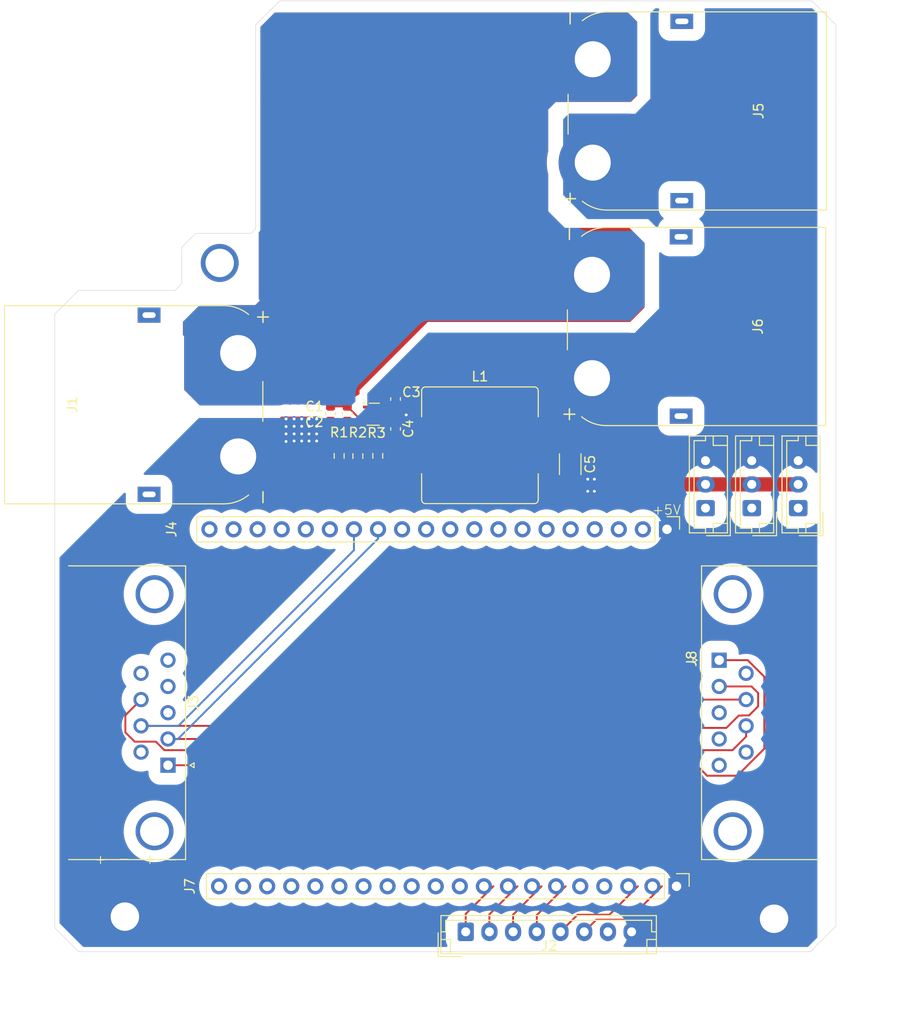
<source format=kicad_pcb>
(kicad_pcb (version 20241229) (generator "pcbnew") (generator_version "9.0")
  (layers (0 "F.Cu" signal) (2 "B.Cu" signal) (13 "F.Paste" user) (15 "B.Paste" user) (5 "F.SilkS" user "F.Silkscreen") (7 "B.SilkS" user "B.Silkscreen") (1 "F.Mask" user) (3 "B.Mask" user) (25 "Edge.Cuts" user))
  (net 0 "")
  (net 1 "GND")
  (net 2 "3V3")
  (net 3 "CAN_RX")
  (net 4 "CAN_TX")
  (net 5 "A3")
  (net 6 "A6")
  (net 7 "A9")
  (net 8 "A10")
  (net 9 "A8")
  (net 10 "A1")
  (net 11 "A7")
  (net 12 "CAN_A_H")
  (net 13 "A5")
  (net 14 "IO12")
  (net 15 "CAN_B_L")
  (net 16 "LED_DOUT")
  (net 17 "VIN")
  (net 18 "A2")
  (net 19 "UART1_TX")
  (net 20 "UART2_RX")
  (net 21 "UART0_TX")
  (net 22 "UART0_RX")
  (net 23 "A4")
  (net 24 "IO47")
  (net 25 "IO48")
  (net 26 "IO40")
  (net 27 "IO45")
  (net 28 "IO37")
  (net 29 "IO39")
  (net 30 "IO41")
  (net 31 "I2C_SDA")
  (net 32 "IO13")
  (net 33 "IO38")
  (net 34 "I2C_SCK")
  (net 35 "IO15")
  (net 36 "IO42")
  (net 37 "IO14")
  (net 38 "IO16")
  (net 39 "IO21")
  (net 40 "CAN_B_H")
  (net 41 "CAN_A_L")
  (net 54 "Net-(U1-SS)")
  (net 55 "Net-(R1-Pad1)")
  (net 56 "Net-(U1-FB)")
  (net 58 "Net-(U1-BST)")
  (net 59 "Net-(U1-SW)")
  (net 60 "24V")
  (net 61 "5V")
  (net 62 "unconnected-(J11-Pin_1-Pad1)")
  (net 64 "unconnected-(J13-Pin_1-Pad1)")
  (footprint "Capacitor_SMD:C_0603_1608Metric" (layer "F.Cu") (at 107.715 108.25 -90)
    (property "Reference" "C1" (at -0.775 1.685 0) (layer "F.SilkS"))
    (property "Value" "10u" (hide yes))
    (pad "1" smd roundrect (at -0.775 0 270) (size 0.9 0.95) (layers "F.Cu" "F.Mask" "F.Paste") (net 60 "24V"))
    (pad "2" smd roundrect (at 0.775 0 270) (size 0.9 0.95) (layers "F.Cu" "F.Mask" "F.Paste") (net 1 "GND"))
  )
  (footprint "Connector_PinHeader_2.54mm:PinHeader_1x20_P2.54mm_Vertical" (layer "F.Cu") (at 144.215 158.075 -90)
    (property "Reference" "J7" (at 0 51.34 90) (layer "F.SilkS"))
    (property "Value" "Conn_01x20_Pin" (hide yes))
    (pad "1" thru_hole rect (at 0 0 270) (size 1.7 1.7) (drill 1) (layers "*.Cu" "*.Mask") (net 1 "GND"))
    (pad "2" thru_hole oval (at 0 2.54 270) (size 1.7 1.7) (drill 1) (layers "*.Cu" "*.Mask") (net 34 "I2C_SCK"))
    (pad "3" thru_hole oval (at 0 5.08 270) (size 1.7 1.7) (drill 1) (layers "*.Cu" "*.Mask") (net 31 "I2C_SDA"))
    (pad "4" thru_hole oval (at 0 7.62 270) (size 1.7 1.7) (drill 1) (layers "*.Cu" "*.Mask") (net 4 "CAN_TX"))
    (pad "5" thru_hole oval (at 0 10.16 270) (size 1.7 1.7) (drill 1) (layers "*.Cu" "*.Mask") (net 3 "CAN_RX"))
    (pad "6" thru_hole oval (at 0 12.7 270) (size 1.7 1.7) (drill 1) (layers "*.Cu" "*.Mask") (net 35 "IO15"))
    (pad "7" thru_hole oval (at 0 15.24 270) (size 1.7 1.7) (drill 1) (layers "*.Cu" "*.Mask") (net 38 "IO16"))
    (pad "8" thru_hole oval (at 0 17.78 270) (size 1.7 1.7) (drill 1) (layers "*.Cu" "*.Mask") (net 36 "IO42"))
    (pad "9" thru_hole oval (at 0 20.32 270) (size 1.7 1.7) (drill 1) (layers "*.Cu" "*.Mask") (net 30 "IO41"))
    (pad "10" thru_hole oval (at 0 22.86 270) (size 1.7 1.7) (drill 1) (layers "*.Cu" "*.Mask") (net 26 "IO40"))
    (pad "11" thru_hole oval (at 0 25.4 270) (size 1.7 1.7) (drill 1) (layers "*.Cu" "*.Mask") (net 29 "IO39"))
    (pad "12" thru_hole oval (at 0 27.94 270) (size 1.7 1.7) (drill 1) (layers "*.Cu" "*.Mask") (net 33 "IO38"))
    (pad "13" thru_hole oval (at 0 30.48 270) (size 1.7 1.7) (drill 1) (layers "*.Cu" "*.Mask") (net 28 "IO37"))
    (pad "14" thru_hole oval (at 0 33.02 270) (size 1.7 1.7) (drill 1) (layers "*.Cu" "*.Mask") (net 27 "IO45"))
    (pad "15" thru_hole oval (at 0 35.56 270) (size 1.7 1.7) (drill 1) (layers "*.Cu" "*.Mask") (net 25 "IO48"))
    (pad "16" thru_hole oval (at 0 38.1 270) (size 1.7 1.7) (drill 1) (layers "*.Cu" "*.Mask") (net 24 "IO47"))
    (pad "17" thru_hole oval (at 0 40.64 270) (size 1.7 1.7) (drill 1) (layers "*.Cu" "*.Mask") (net 39 "IO21"))
    (pad "18" thru_hole oval (at 0 43.18 270) (size 1.7 1.7) (drill 1) (layers "*.Cu" "*.Mask") (net 37 "IO14"))
    (pad "19" thru_hole oval (at 0 45.72 270) (size 1.7 1.7) (drill 1) (layers "*.Cu" "*.Mask") (net 32 "IO13"))
    (pad "20" thru_hole oval (at 0 48.26 270) (size 1.7 1.7) (drill 1) (layers "*.Cu" "*.Mask") (net 2 "3V3"))
  )
  (footprint "Connector_AMASS:AMASS_XT90PW-M_1x02_P10.90mm_Horizontal" (layer "F.Cu") (at 135.375 70.875 -90)
    (property "Reference" "J5" (at 5.449999 -17.5 90) (layer "F.SilkS"))
    (property "Value" "Conn_01x02_Socket" (hide yes))
    (fp_text user "-" (at -4.3 2.5 90) (layer "F.SilkS") (effects (font (size 1.5 1.5))))
    (fp_text user "+" (at 14.7 2.5 90) (layer "F.SilkS") (effects (font (size 1.5 1.5))))
    (pad "1" thru_hole roundrect (at 0 0 270) (size 7.2 7.2) (drill 3.8) (layers "*.Cu" "*.Mask") (net 60 "24V"))
    (pad "2" thru_hole circle (at 10.899998 0 270) (size 7.2 7.2) (drill 3.8) (layers "*.Cu" "*.Mask") (net 1 "GND"))
    (pad "MP" thru_hole rect (at -4 -9.4 270) (size 1.6 2.4) (drill oval 0.6 1.4) (layers "*.Cu" "*.Mask"))
    (pad "MP" thru_hole rect (at 14.9 -9.4 270) (size 1.6 2.4) (drill oval 0.6 1.4) (layers "*.Cu" "*.Mask"))
  )
  (footprint "THT:A-DF_09_A_KG-T2S" (layer "F.Cu") (at 148.714669 134.235 90)
    (property "Reference" "J8" (at 0.16 -2.914669 270) (layer "F.SilkS"))
    (property "Value" "DE9" (hide yes))
    (pad "0" thru_hole circle (at -18.04 1.42 90) (size 4 4) (drill 3.05) (layers "*.Cu" "*.Mask"))
    (pad "0" thru_hole circle (at 6.96 1.42 90) (size 4 4) (drill 3.05) (layers "*.Cu" "*.Mask"))
    (pad "1" thru_hole rect (at 0 0 90) (size 1.6 1.6) (drill 1) (layers "*.Cu" "*.Mask") (net 15 "CAN_B_L"))
    (pad "2" thru_hole circle (at -2.77 0 90) (size 1.6 1.6) (drill 1) (layers "*.Cu" "*.Mask") (net 41 "CAN_A_L"))
    (pad "3" thru_hole circle (at -5.54 0 90) (size 1.6 1.6) (drill 1) (layers "*.Cu" "*.Mask"))
    (pad "4" thru_hole circle (at -8.31 0 90) (size 1.6 1.6) (drill 1) (layers "*.Cu" "*.Mask"))
    (pad "5" thru_hole circle (at -11.08 0 90) (size 1.6 1.6) (drill 1) (layers "*.Cu" "*.Mask"))
    (pad "6" thru_hole circle (at -1.385 2.84 90) (size 1.6 1.6) (drill 1) (layers "*.Cu" "*.Mask"))
    (pad "7" thru_hole circle (at -4.155 2.84 90) (size 1.6 1.6) (drill 1) (layers "*.Cu" "*.Mask") (net 12 "CAN_A_H"))
    (pad "8" thru_hole circle (at -6.925 2.84 90) (size 1.6 1.6) (drill 1) (layers "*.Cu" "*.Mask") (net 40 "CAN_B_H"))
    (pad "9" thru_hole circle (at -9.695 2.84 90) (size 1.6 1.6) (drill 1) (layers "*.Cu" "*.Mask"))
  )
  (footprint "Resistor_SMD:R_0603_1608Metric_Pad0.98x0.95mm_HandSolder" (layer "F.Cu") (at 110.6 112.7125 -90)
    (property "Reference" "R2" (at -2.475 0 0) (layer "F.SilkS"))
    (property "Value" "10k" (hide yes))
    (pad "1" smd roundrect (at -0.9125 0 270) (size 0.975 0.95) (layers "F.Cu" "F.Mask" "F.Paste") (net 56 "Net-(U1-FB)"))
    (pad "2" smd roundrect (at 0.9125 0 270) (size 0.975 0.95) (layers "F.Cu" "F.Mask" "F.Paste") (net 1 "GND"))
  )
  (footprint "Connector_JST:JST_EH_B3B-EH-A_1x03_P2.50mm_Vertical" (layer "F.Cu") (at 157.05 118.2 90)
    (property "Reference" "J13" (hide yes))
    (property "Value" "Conn_01x03_Socket" (hide yes))
    (pad "1" thru_hole roundrect (at 0 0 90) (size 1.7 1.95) (drill 0.95) (layers "*.Cu" "*.Mask") (roundrect_rratio 0.147059) (net 64 "unconnected-(J13-Pin_1-Pad1)"))
    (pad "2" thru_hole oval (at 2.5 0 90) (size 1.7 1.95) (drill 0.95) (layers "*.Cu" "*.Mask") (net 61 "5V"))
    (pad "3" thru_hole oval (at 5 0 90) (size 1.7 1.95) (drill 0.95) (layers "*.Cu" "*.Mask") (net 1 "GND"))
  )
  (footprint "Package_TO_SOT_SMD:SOT-583-8" (layer "F.Cu") (at 112.215 108.3)
    (property "Reference" "U1" (hide yes))
    (property "Value" "TPS62933" (hide yes))
    (pad "1" smd roundrect (at -0.74 -0.75) (size 0.67 0.3) (layers "F.Cu" "F.Mask" "F.Paste") (roundrect_rratio 0.1666666667))
    (pad "2" smd roundrect (at -0.74 -0.25) (size 0.67 0.3) (layers "F.Cu" "F.Mask" "F.Paste") (roundrect_rratio 0.1666666667) (net 14 "IO12"))
    (pad "3" smd roundrect (at -0.74 0.25) (size 0.67 0.3) (layers "F.Cu" "F.Mask" "F.Paste") (roundrect_rratio 0.1666666667) (net 60 "24V"))
    (pad "4" smd roundrect (at -0.74 0.75) (size 0.67 0.3) (layers "F.Cu" "F.Mask" "F.Paste") (roundrect_rratio 0.1666666667) (net 1 "GND"))
    (pad "5" smd roundrect (at 0.74 0.75) (size 0.67 0.3) (layers "F.Cu" "F.Mask" "F.Paste") (roundrect_rratio 0.1666666667) (net 59 "Net-(U1-SW)"))
    (pad "6" smd roundrect (at 0.74 0.25) (size 0.67 0.3) (layers "F.Cu" "F.Mask" "F.Paste") (roundrect_rratio 0.1666666667) (net 58 "Net-(U1-BST)"))
    (pad "7" smd roundrect (at 0.74 -0.25) (size 0.67 0.3) (layers "F.Cu" "F.Mask" "F.Paste") (roundrect_rratio 0.1666666667) (net 54 "Net-(U1-SS)"))
    (pad "8" smd roundrect (at 0.74 -0.75) (size 0.67 0.3) (layers "F.Cu" "F.Mask" "F.Paste") (roundrect_rratio 0.1666666667) (net 56 "Net-(U1-FB)"))
  )
  (footprint "THT:A-DF_09_A_KG-T2S" (layer "F.Cu") (at 90.57 145.315 -90)
    (property "Reference" "J3" (at -6.555 -2.685 90) (layer "F.SilkS"))
    (property "Value" "DE9" (hide yes))
    (pad "0" thru_hole circle (at -18.04 1.42 270) (size 4 4) (drill 3.05) (layers "*.Cu" "*.Mask"))
    (pad "0" thru_hole circle (at 6.96 1.42 270) (size 4 4) (drill 3.05) (layers "*.Cu" "*.Mask"))
    (pad "1" thru_hole rect (at 0 0 270) (size 1.6 1.6) (drill 1) (layers "*.Cu" "*.Mask") (net 15 "CAN_B_L"))
    (pad "2" thru_hole circle (at -2.77 0 270) (size 1.6 1.6) (drill 1) (layers "*.Cu" "*.Mask") (net 41 "CAN_A_L"))
    (pad "3" thru_hole circle (at -5.54 0 270) (size 1.6 1.6) (drill 1) (layers "*.Cu" "*.Mask"))
    (pad "4" thru_hole circle (at -8.31 0 270) (size 1.6 1.6) (drill 1) (layers "*.Cu" "*.Mask"))
    (pad "5" thru_hole circle (at -11.08 0 270) (size 1.6 1.6) (drill 1) (layers "*.Cu" "*.Mask"))
    (pad "6" thru_hole circle (at -1.385 2.84 270) (size 1.6 1.6) (drill 1) (layers "*.Cu" "*.Mask"))
    (pad "7" thru_hole circle (at -4.155 2.84 270) (size 1.6 1.6) (drill 1) (layers "*.Cu" "*.Mask") (net 12 "CAN_A_H"))
    (pad "8" thru_hole circle (at -6.925 2.84 270) (size 1.6 1.6) (drill 1) (layers "*.Cu" "*.Mask") (net 40 "CAN_B_H"))
    (pad "9" thru_hole circle (at -9.695 2.84 270) (size 1.6 1.6) (drill 1) (layers "*.Cu" "*.Mask"))
  )
  (footprint "Capacitor_SMD:C_0603_1608Metric" (layer "F.Cu") (at 109.48 108.25 -90)
    (property "Reference" "C2" (at 0.875 3.475 0) (layer "F.SilkS"))
    (property "Value" "100n" (hide yes))
    (pad "1" smd roundrect (at -0.775 0 270) (size 0.9 0.95) (layers "F.Cu" "F.Mask" "F.Paste") (net 60 "24V"))
    (pad "2" smd roundrect (at 0.775 0 270) (size 0.9 0.95) (layers "F.Cu" "F.Mask" "F.Paste") (net 1 "GND"))
  )
  (footprint "Connector_JST:JST_EH_B3B-EH-A_1x03_P2.50mm_Vertical" (layer "F.Cu") (at 152.15 118.2 90)
    (property "Reference" "J12" (hide yes))
    (property "Value" "Conn_01x03_Socket" (hide yes))
    (pad "1" thru_hole roundrect (at 0 0 90) (size 1.7 1.95) (drill 0.95) (layers "*.Cu" "*.Mask") (roundrect_rratio 0.147059))
    (pad "2" thru_hole oval (at 2.5 0 90) (size 1.7 1.95) (drill 0.95) (layers "*.Cu" "*.Mask") (net 61 "5V"))
    (pad "3" thru_hole oval (at 5 0 90) (size 1.7 1.95) (drill 0.95) (layers "*.Cu" "*.Mask") (net 1 "GND"))
  )
  (footprint "Capacitor_SMD:C_0603_1608Metric" (layer "F.Cu") (at 114.575 109.85 -90)
    (property "Reference" "C4" (at -0.025 -1.35 90) (layer "F.SilkS"))
    (property "Value" "100n" (hide yes))
    (pad "1" smd roundrect (at -0.775 0 270) (size 0.9 0.95) (layers "F.Cu" "F.Mask" "F.Paste") (net 58 "Net-(U1-BST)"))
    (pad "2" smd roundrect (at 0.775 0 270) (size 0.9 0.95) (layers "F.Cu" "F.Mask" "F.Paste") (net 59 "Net-(U1-SW)"))
  )
  (footprint "Inductor_SMD:L_Bourns_SRR1210A" (layer "F.Cu") (at 123.475 111.575)
    (property "Reference" "L1" (at 0 -7.25 0) (layer "F.SilkS"))
    (property "Value" "10u" (hide yes))
    (pad "1" smd rect (at -5.05 0) (size 2.8 5.3) (layers "F.Cu" "F.Mask" "F.Paste") (net 59 "Net-(U1-SW)"))
    (pad "2" smd rect (at 5.05 0) (size 2.8 5.3) (layers "F.Cu" "F.Mask" "F.Paste") (net 61 "5V"))
  )
  (footprint "Connector_AMASS:AMASS_XT90PW-M_1x02_P10.90mm_Horizontal" (layer "F.Cu") (at 135.3 93.6 -90)
    (property "Reference" "J6" (at 5.449999 -17.5 90) (layer "F.SilkS"))
    (property "Value" "Conn_01x02_Socket" (hide yes))
    (fp_text user "-" (at -4.3 2.5 90) (layer "F.SilkS") (effects (font (size 1.5 1.5))))
    (fp_text user "+" (at 14.7 2.5 90) (layer "F.SilkS") (effects (font (size 1.5 1.5))))
    (pad "1" thru_hole roundrect (at 0 0 270) (size 7.2 7.2) (drill 3.8) (layers "*.Cu" "*.Mask") (net 60 "24V"))
    (pad "2" thru_hole circle (at 10.899998 0 270) (size 7.2 7.2) (drill 3.8) (layers "*.Cu" "*.Mask") (net 1 "GND"))
    (pad "MP" thru_hole rect (at -4 -9.4 270) (size 1.6 2.4) (drill oval 0.6 1.4) (layers "*.Cu" "*.Mask"))
    (pad "MP" thru_hole rect (at 14.9 -9.4 270) (size 1.6 2.4) (drill oval 0.6 1.4) (layers "*.Cu" "*.Mask"))
  )
  (footprint "Connector_PinHeader_2.54mm:PinHeader_1x20_P2.54mm_Vertical" (layer "F.Cu") (at 143.205 120.435 -90)
    (property "Reference" "J4" (at 0 52.255 90) (layer "F.SilkS"))
    (property "Value" "Conn_01x20_Pin" (hide yes))
    (pad "1" thru_hole rect (at 0 0 270) (size 1.7 1.7) (drill 1) (layers "*.Cu" "*.Mask") (net 1 "GND"))
    (pad "2" thru_hole oval (at 0 2.54 270) (size 1.7 1.7) (drill 1) (layers "*.Cu" "*.Mask") (net 14 "IO12"))
    (pad "3" thru_hole oval (at 0 5.08 270) (size 1.7 1.7) (drill 1) (layers "*.Cu" "*.Mask") (net 8 "A10"))
    (pad "4" thru_hole oval (at 0 7.62 270) (size 1.7 1.7) (drill 1) (layers "*.Cu" "*.Mask") (net 7 "A9"))
    (pad "5" thru_hole oval (at 0 10.16 270) (size 1.7 1.7) (drill 1) (layers "*.Cu" "*.Mask") (net 9 "A8"))
    (pad "6" thru_hole oval (at 0 12.7 270) (size 1.7 1.7) (drill 1) (layers "*.Cu" "*.Mask") (net 11 "A7"))
    (pad "7" thru_hole oval (at 0 15.24 270) (size 1.7 1.7) (drill 1) (layers "*.Cu" "*.Mask") (net 6 "A6"))
    (pad "8" thru_hole oval (at 0 17.78 270) (size 1.7 1.7) (drill 1) (layers "*.Cu" "*.Mask") (net 13 "A5"))
    (pad "9" thru_hole oval (at 0 20.32 270) (size 1.7 1.7) (drill 1) (layers "*.Cu" "*.Mask") (net 23 "A4"))
    (pad "10" thru_hole oval (at 0 22.86 270) (size 1.7 1.7) (drill 1) (layers "*.Cu" "*.Mask") (net 5 "A3"))
    (pad "11" thru_hole oval (at 0 25.4 270) (size 1.7 1.7) (drill 1) (layers "*.Cu" "*.Mask") (net 18 "A2"))
    (pad "12" thru_hole oval (at 0 27.94 270) (size 1.7 1.7) (drill 1) (layers "*.Cu" "*.Mask") (net 10 "A1"))
    (pad "13" thru_hole oval (at 0 30.48 270) (size 1.7 1.7) (drill 1) (layers "*.Cu" "*.Mask") (net 41 "CAN_A_L"))
    (pad "14" thru_hole oval (at 0 33.02 270) (size 1.7 1.7) (drill 1) (layers "*.Cu" "*.Mask") (net 12 "CAN_A_H"))
    (pad "15" thru_hole oval (at 0 35.56 270) (size 1.7 1.7) (drill 1) (layers "*.Cu" "*.Mask") (net 20 "UART2_RX"))
    (pad "16" thru_hole oval (at 0 38.1 270) (size 1.7 1.7) (drill 1) (layers "*.Cu" "*.Mask") (net 19 "UART1_TX"))
    (pad "17" thru_hole oval (at 0 40.64 270) (size 1.7 1.7) (drill 1) (layers "*.Cu" "*.Mask") (net 22 "UART0_RX"))
    (pad "18" thru_hole oval (at 0 43.18 270) (size 1.7 1.7) (drill 1) (layers "*.Cu" "*.Mask") (net 21 "UART0_TX"))
    (pad "19" thru_hole oval (at 0 45.72 270) (size 1.7 1.7) (drill 1) (layers "*.Cu" "*.Mask") (net 16 "LED_DOUT"))
    (pad "20" thru_hole oval (at 0 48.26 270) (size 1.7 1.7) (drill 1) (layers "*.Cu" "*.Mask") (net 17 "VIN"))
  )
  (footprint "Capacitor_SMD:C_1808_4520Metric" (layer "F.Cu") (at 133 113.575 -90)
    (property "Reference" "C5" (at 0 -2.1 90) (layer "F.SilkS"))
    (property "Value" "47u" (hide yes))
    (pad "1" smd roundrect (at -2.075 0 270) (size 1.55 2.3) (layers "F.Cu" "F.Mask" "F.Paste") (roundrect_rratio 0.16129) (net 61 "5V"))
    (pad "2" smd roundrect (at 2.075 0 270) (size 1.55 2.3) (layers "F.Cu" "F.Mask" "F.Paste") (roundrect_rratio 0.16129) (net 1 "GND"))
  )
  (footprint "Connector_JST:JST_EH_B3B-EH-A_1x03_P2.50mm_Vertical" (layer "F.Cu") (at 147.275 118.2 90)
    (property "Reference" "J11" (hide yes))
    (property "Value" "Conn_01x03_Socket" (hide yes))
    (pad "1" thru_hole roundrect (at 0 0 90) (size 1.7 1.95) (drill 0.95) (layers "*.Cu" "*.Mask") (roundrect_rratio 0.147059) (net 62 "unconnected-(J11-Pin_1-Pad1)"))
    (pad "2" thru_hole oval (at 2.5 0 90) (size 1.7 1.95) (drill 0.95) (layers "*.Cu" "*.Mask") (net 61 "5V"))
    (pad "3" thru_hole oval (at 5 0 90) (size 1.7 1.95) (drill 0.95) (layers "*.Cu" "*.Mask") (net 1 "GND"))
  )
  (footprint "Resistor_SMD:R_0603_1608Metric_Pad0.98x0.95mm_HandSolder" (layer "F.Cu") (at 112.7 112.6875 90)
    (property "Reference" "R3" (at 2.4125 -0.125 0) (layer "F.SilkS"))
    (property "Value" "2.5k" (hide yes))
    (pad "1" smd roundrect (at -0.9125 0 90) (size 0.975 0.95) (layers "F.Cu" "F.Mask" "F.Paste") (net 61 "5V"))
    (pad "2" smd roundrect (at 0.9125 0 90) (size 0.975 0.95) (layers "F.Cu" "F.Mask" "F.Paste") (net 55 "Net-(R1-Pad1)"))
  )
  (footprint "Connector_AMASS:AMASS_XT90PW-M_1x02_P10.90mm_Horizontal" (layer "F.Cu") (at 97.975 112.75 90)
    (property "Reference" "J1" (at 5.449999 -17.5 90) (layer "F.SilkS"))
    (property "Value" "Conn_01x02_Socket" (hide yes))
    (fp_text user "-" (at -4.3 2.5 90) (layer "F.SilkS") (effects (font (size 1.5 1.5))))
    (fp_text user "+" (at 14.7 2.5 90) (layer "F.SilkS") (effects (font (size 1.5 1.5))))
    (pad "1" thru_hole roundrect (at 0 0 90) (size 7.2 7.2) (drill 3.8) (layers "*.Cu" "*.Mask") (net 1 "GND"))
    (pad "2" thru_hole circle (at 10.899998 0 90) (size 7.2 7.2) (drill 3.8) (layers "*.Cu" "*.Mask") (net 60 "24V"))
    (pad "MP" thru_hole rect (at -4 -9.4 90) (size 1.6 2.4) (drill oval 0.6 1.4) (layers "*.Cu" "*.Mask"))
    (pad "MP" thru_hole rect (at 14.9 -9.4 90) (size 1.6 2.4) (drill oval 0.6 1.4) (layers "*.Cu" "*.Mask"))
  )
  (footprint "Connector_JST:JST_EH_B8B-EH-A_1x08_P2.50mm_Vertical" (layer "F.Cu") (at 121.975 162.875)
    (property "Reference" "J2" (at 8.8 1.48 0) (layer "F.SilkS"))
    (property "Value" "Conn_01x08_Socket" (hide yes))
    (pad "1" thru_hole roundrect (at 0 0) (size 1.7 1.95) (drill 0.95) (layers "*.Cu" "*.Mask") (roundrect_rratio 0.147059) (net 30 "IO41"))
    (pad "2" thru_hole oval (at 2.5 0) (size 1.7 1.95) (drill 0.95) (layers "*.Cu" "*.Mask") (net 36 "IO42"))
    (pad "3" thru_hole oval (at 5 0) (size 1.7 1.95) (drill 0.95) (layers "*.Cu" "*.Mask") (net 38 "IO16"))
    (pad "4" thru_hole oval (at 7.5 0) (size 1.7 1.95) (drill 0.95) (layers "*.Cu" "*.Mask") (net 35 "IO15"))
    (pad "5" thru_hole oval (at 10 0) (size 1.7 1.95) (drill 0.95) (layers "*.Cu" "*.Mask") (net 31 "I2C_SDA"))
    (pad "6" thru_hole oval (at 12.5 0) (size 1.7 1.95) (drill 0.95) (layers "*.Cu" "*.Mask") (net 34 "I2C_SCK"))
    (pad "7" thru_hole oval (at 15 0) (size 1.7 1.95) (drill 0.95) (layers "*.Cu" "*.Mask") (net 61 "5V"))
    (pad "8" thru_hole oval (at 17.5 0) (size 1.7 1.95) (drill 0.95) (layers "*.Cu" "*.Mask") (net 1 "GND"))
  )
  (footprint "Capacitor_SMD:C_0603_1608Metric" (layer "F.Cu") (at 114.575 106.7 90)
    (property "Reference" "C3" (at 0.725 1.675 0) (layer "F.SilkS"))
    (property "Value" "33n" (hide yes))
    (pad "1" smd roundrect (at -0.775 0 90) (size 0.9 0.95) (layers "F.Cu" "F.Mask" "F.Paste") (net 1 "GND"))
    (pad "2" smd roundrect (at 0.775 0 90) (size 0.9 0.95) (layers "F.Cu" "F.Mask" "F.Paste") (net 54 "Net-(U1-SS)"))
  )
  (footprint "Resistor_SMD:R_0603_1608Metric_Pad0.98x0.95mm_HandSolder" (layer "F.Cu") (at 108.625 112.7 90)
    (property "Reference" "R1" (at 2.475 0 0) (layer "F.SilkS"))
    (property "Value" "50k" (hide yes))
    (pad "1" smd roundrect (at -0.9125 0 90) (size 0.975 0.95) (layers "F.Cu" "F.Mask" "F.Paste") (net 55 "Net-(R1-Pad1)"))
    (pad "2" smd roundrect (at 0.9125 0 90) (size 0.975 0.95) (layers "F.Cu" "F.Mask" "F.Paste") (net 56 "Net-(U1-FB)"))
  )
  (gr_line (start 92.025 90.7) (end 93.5 89.225) (stroke (width 0.05)) (layer "Edge.Cuts"))
  (gr_line (start 78.625 162.45) (end 81.15 164.975) (stroke (width 0.05)) (layer "Edge.Cuts"))
  (gr_line (start 99.825 74.95) (end 99.825 72.425) (stroke (width 0.05)) (layer "Edge.Cuts"))
  (gr_line (start 92.025 91.625) (end 92.025 94.525) (stroke (width 0.05)) (layer "Edge.Cuts"))
  (gr_line (start 78.625 162.45) (end 78.625 97.75) (stroke (width 0.05)) (layer "Edge.Cuts"))
  (gr_line (start 161.025 159.95) (end 161.025 74.8) (stroke (width 0.05)) (layer "Edge.Cuts"))
  (gr_line (start 81.15 164.975) (end 158.375 164.975) (stroke (width 0.05)) (layer "Edge.Cuts"))
  (gr_line (start 102.35 64.725) (end 158.5 64.725) (stroke (width 0.05)) (layer "Edge.Cuts"))
  (gr_line (start 102.35 64.725) (end 99.825 67.25) (stroke (width 0.05)) (layer "Edge.Cuts"))
  (gr_line (start 161.025 162.275) (end 161.025 159.95) (stroke (width 0.05)) (layer "Edge.Cuts"))
  (gr_line (start 99.3375 89.225) (end 99.825 88.7375) (stroke (width 0.05)) (layer "Edge.Cuts"))
  (gr_line (start 99.825 88.45) (end 99.825 88.7375) (stroke (width 0.05)) (layer "Edge.Cuts"))
  (gr_line (start 161.025 67.25) (end 161.025 72.5) (stroke (width 0.05)) (layer "Edge.Cuts"))
  (gr_line (start 78.625 97.75) (end 81.125 95.25) (stroke (width 0.05)) (layer "Edge.Cuts"))
  (gr_line (start 158.375 164.925) (end 158.375 164.975) (stroke (width 0.05)) (layer "Edge.Cuts"))
  (gr_line (start 99.825 72.425) (end 99.825 67.25) (stroke (width 0.05)) (layer "Edge.Cuts"))
  (gr_line (start 161.025 74.8) (end 161.025 72.5) (stroke (width 0.05)) (layer "Edge.Cuts"))
  (gr_line (start 93.5 89.225) (end 93.9125 89.225) (stroke (width 0.05)) (layer "Edge.Cuts"))
  (gr_line (start 92.025 94.525) (end 91.3 95.25) (stroke (width 0.05)) (layer "Edge.Cuts"))
  (gr_line (start 99.3375 89.225) (end 93.9125 89.225) (stroke (width 0.05)) (layer "Edge.Cuts"))
  (gr_line (start 99.825 74.95) (end 99.825 88.45) (stroke (width 0.05)) (layer "Edge.Cuts"))
  (gr_line (start 91.3 95.25) (end 81.125 95.25) (stroke (width 0.05)) (layer "Edge.Cuts"))
  (gr_line (start 158.5 64.725) (end 161.025 67.25) (stroke (width 0.05)) (layer "Edge.Cuts"))
  (gr_line (start 92.025 91.625) (end 92.025 90.7) (stroke (width 0.05)) (layer "Edge.Cuts"))
  (gr_line (start 158.375 164.925) (end 161.025 162.275) (stroke (width 0.05)) (layer "Edge.Cuts"))
  (gr_text "+\n" (at 89.355331 154.79 180) (layer "F.SilkS") (effects (font (size 1 1) (thickness 0.1)) (justify left bottom)))
  (gr_text "+\n" (at 84.135331 154.79 180) (layer "F.SilkS") (effects (font (size 1 1) (thickness 0.1)) (justify left bottom)))
  (gr_text "-" (at 91.715331 154.78 180) (layer "F.SilkS") (effects (font (size 1 1) (thickness 0.1)) (justify left bottom)))
  (gr_text "+5V" (at 141.575 118.975 0) (layer "F.SilkS") (effects (font (size 1 1) (thickness 0.1)) (justify left bottom)))
  (gr_text "-" (at 86.635331 154.72 180) (layer "F.SilkS") (effects (font (size 1 1) (thickness 0.1)) (justify left bottom)))
  (segment (start 107.715 109.025) (end 111.45 109.025) (width 0.2) (layer "F.Cu") (net 1))
  (segment (start 115.7 108.375) (end 115.7 107.6) (width 0.2) (layer "F.Cu") (net 1))
  (segment (start 111.45 109.025) (end 111.475 109.05) (width 0.2) (layer "F.Cu") (net 1))
  (segment (start 132.45 116.2) (end 133 115.65) (width 0.2) (layer "F.Cu") (net 1))
  (segment (start 115.7 107.6) (end 115.575 107.475) (width 0.2) (layer "F.Cu") (net 1))
  (segment (start 115.575 107.475) (end 114.575 107.475) (width 0.2) (layer "F.Cu") (net 1))
  (via (at 105.45 111.125) (size 0.6) (drill 0.3) (layers "F.Cu" "B.Cu") (net 1))
  (via (at 103.875 109.575) (size 0.6) (drill 0.3) (layers "F.Cu" "B.Cu") (net 1))
  (via (at 103.025 110.375) (size 0.6) (drill 0.3) (layers "F.Cu" "B.Cu") (net 1))
  (via (at 103.025 111.175) (size 0.6) (drill 0.3) (layers "F.Cu" "B.Cu") (net 1))
  (via (at 135.55 115.15) (size 0.6) (drill 0.3) (layers "F.Cu" "B.Cu") (net 1))
  (via (at 104.675 110.375) (size 0.6) (drill 0.3) (layers "F.Cu" "B.Cu") (net 1))
  (via (at 105.45 109.575) (size 0.6) (drill 0.3) (layers "F.Cu" "B.Cu") (net 1))
  (via (at 86.025 161.275) (size 4) (drill 3) (layers "F.Cu" "B.Cu") (net 1))
  (via (at 103.875 110.375) (size 0.6) (drill 0.3) (layers "F.Cu" "B.Cu") (net 1))
  (via (at 106.25 110.375) (size 0.6) (drill 0.3) (layers "F.Cu" "B.Cu") (net 1))
  (via (at 106.25 111.125) (size 0.6) (drill 0.3) (layers "F.Cu" "B.Cu") (net 1))
  (via (at 96.025 92.35) (size 4) (drill 3) (layers "F.Cu" "B.Cu") (net 1))
  (via (at 104.675 109.575) (size 0.6) (drill 0.3) (layers "F.Cu" "B.Cu") (net 1))
  (via (at 115.7 108.375) (size 0.6) (drill 0.3) (layers "F.Cu" "B.Cu") (net 1))
  (via (at 134.85 116.425) (size 0.6) (drill 0.3) (layers "F.Cu" "B.Cu") (net 1))
  (via (at 104.675 111.125) (size 0.6) (drill 0.3) (layers "F.Cu" "B.Cu") (net 1))
  (via (at 103.875 111.125) (size 0.6) (drill 0.3) (layers "F.Cu" "B.Cu") (net 1))
  (via (at 106.25 109.575) (size 0.6) (drill 0.3) (layers "F.Cu" "B.Cu") (net 1))
  (via (at 103.025 108.8) (size 0.6) (drill 0.3) (layers "F.Cu" "B.Cu") (net 1))
  (via (at 103.875 108.8) (size 0.6) (drill 0.3) (layers "F.Cu" "B.Cu") (net 1))
  (via (at 104.675 108.8) (size 0.6) (drill 0.3) (layers "F.Cu" "B.Cu") (net 1))
  (via (at 134.85 115.15) (size 0.6) (drill 0.3) (layers "F.Cu" "B.Cu") (net 1))
  (via (at 105.45 110.375) (size 0.6) (drill 0.3) (layers "F.Cu" "B.Cu") (net 1))
  (via (at 135.55 116.425) (size 0.6) (drill 0.3) (layers "F.Cu" "B.Cu") (net 1))
  (via (at 154.5 161.5) (size 4) (drill 3) (layers "F.Cu" "B.Cu") (net 1))
  (via (at 106.25 108.8) (size 0.6) (drill 0.3) (layers "F.Cu" "B.Cu") (net 1))
  (via (at 103.025 109.6) (size 0.6) (drill 0.3) (layers "F.Cu" "B.Cu") (net 1))
  (via (at 105.45 108.8) (size 0.6) (drill 0.3) (layers "F.Cu" "B.Cu") (net 1))
  (segment (start 112.853736 139.39) (end 112.973736 139.39) (width 0.2) (layer "F.Cu") (net 12))
  (segment (start 113.213736 138.39) (end 113.213736 137.63) (width 0.2) (layer "F.Cu") (net 12))
  (segment (start 113.813736 138.39) (end 113.813736 139.15) (width 0.2) (layer "F.Cu") (net 12))
  (segment (start 112.613736 138.39) (end 112.613736 139.15) (width 0.2) (layer "F.Cu") (net 12))
  (segment (start 106.715 141.16) (end 109.485 138.39) (width 0.2) (layer "F.Cu") (net 12))
  (segment (start 114.413736 139.15) (end 114.413736 138.39) (width 0.2) (layer "F.Cu") (net 12))
  (segment (start 112.253736 137.39) (end 112.373736 137.39) (width 0.2) (layer "F.Cu") (net 12))
  (segment (start 114.413736 138.39) (end 114.413736 138.15) (width 0.2) (layer "F.Cu") (net 12))
  (segment (start 112.013736 139.15) (end 112.013736 138.63) (width 0.2) (layer "F.Cu") (net 12))
  (segment (start 115.253736 138.39) (end 115.373736 138.39) (width 0.2) (layer "F.Cu") (net 12))
  (segment (start 115.373736 138.39) (end 115.687729 138.39) (width 0.2) (layer "F.Cu") (net 12))
  (segment (start 112.013736 138.63) (end 112.013736 138.39) (width 0.2) (layer "F.Cu") (net 12))
  (segment (start 111.413736 138.63) (end 111.413736 139.15) (width 0.2) (layer "F.Cu") (net 12))
  (segment (start 112.613736 137.63) (end 112.613736 138.39) (width 0.2) (layer "F.Cu") (net 12))
  (segment (start 112.013736 138.39) (end 112.013736 137.63) (width 0.2) (layer "F.Cu") (net 12))
  (segment (start 109.485 138.39) (end 111.173736 138.39) (width 0.2) (layer "F.Cu") (net 12))
  (segment (start 115.687729 138.39) (end 151.554669 138.39) (width 0.2) (layer "F.Cu") (net 12))
  (segment (start 114.653736 137.39) (end 114.773736 137.39) (width 0.2) (layer "F.Cu") (net 12))
  (segment (start 113.813736 137.63) (end 113.813736 138.39) (width 0.2) (layer "F.Cu") (net 12))
  (segment (start 113.213736 139.15) (end 113.213736 138.39) (width 0.2) (layer "F.Cu") (net 12))
  (segment (start 114.413736 138.15) (end 114.413736 137.63) (width 0.2) (layer "F.Cu") (net 12))
  (segment (start 114.053736 139.39) (end 114.173736 139.39) (width 0.2) (layer "F.Cu") (net 12))
  (segment (start 115.013736 137.63) (end 115.013736 138.15) (width 0.2) (layer "F.Cu") (net 12))
  (segment (start 113.453736 137.39) (end 113.573736 137.39) (width 0.2) (layer "F.Cu") (net 12))
  (segment (start 111.653736 139.39) (end 111.773736 139.39) (width 0.2) (layer "F.Cu") (net 12))
  (segment (start 87.73 141.16) (end 106.715 141.16) (width 0.2) (layer "F.Cu") (net 12))
  (arc (start 112.373736 137.39) (mid 112.543442 137.460294) (end 112.613736 137.63) (width 0.2) (layer "F.Cu") (net 12))
  (arc (start 114.413736 137.63) (mid 114.48403 137.460294) (end 114.653736 137.39) (width 0.2) (layer "F.Cu") (net 12))
  (arc (start 111.773736 139.39) (mid 111.943442 139.319706) (end 112.013736 139.15) (width 0.2) (layer "F.Cu") (net 12))
  (arc (start 111.413736 139.15) (mid 111.48403 139.319706) (end 111.653736 139.39) (width 0.2) (layer "F.Cu") (net 12))
  (arc (start 111.173736 138.39) (mid 111.343442 138.460294) (end 111.413736 138.63) (width 0.2) (layer "F.Cu") (net 12))
  (arc (start 112.973736 139.39) (mid 113.143442 139.319706) (end 113.213736 139.15) (width 0.2) (layer "F.Cu") (net 12))
  (arc (start 113.573736 137.39) (mid 113.743442 137.460294) (end 113.813736 137.63) (width 0.2) (layer "F.Cu") (net 12))
  (arc (start 114.773736 137.39) (mid 114.943442 137.460294) (end 115.013736 137.63) (width 0.2) (layer "F.Cu") (net 12))
  (arc (start 113.213736 137.63) (mid 113.28403 137.460294) (end 113.453736 137.39) (width 0.2) (layer "F.Cu") (net 12))
  (arc (start 115.013736 138.15) (mid 115.08403 138.319706) (end 115.253736 138.39) (width 0.2) (layer "F.Cu") (net 12))
  (arc (start 114.173736 139.39) (mid 114.343442 139.319706) (end 114.413736 139.15) (width 0.2) (layer "F.Cu") (net 12))
  (arc (start 113.813736 139.15) (mid 113.88403 139.319706) (end 114.053736 139.39) (width 0.2) (layer "F.Cu") (net 12))
  (arc (start 112.613736 139.15) (mid 112.68403 139.319706) (end 112.853736 139.39) (width 0.2) (layer "F.Cu") (net 12))
  (arc (start 112.013736 137.63) (mid 112.08403 137.460294) (end 112.253736 137.39) (width 0.2) (layer "F.Cu") (net 12))
  (segment (start 110.185 120.435) (end 110.185 122.637082) (width 0.2) (layer "B.Cu") (net 12))
  (segment (start 110.185 122.637082) (end 91.662082 141.16) (width 0.2) (layer "B.Cu") (net 12))
  (segment (start 91.662082 141.16) (end 87.73 141.16) (width 0.2) (layer "B.Cu") (net 12))
  (segment (start 146.308806 145.288806) (end 111.436194 145.288806) (width 0.2) (layer "F.Cu") (net 15))
  (segment (start 153.475 135.983281) (end 153.475 143.566719) (width 0.2) (layer "F.Cu") (net 15))
  (segment (start 111.41 145.315) (end 90.57 145.315) (width 0.2) (layer "F.Cu") (net 15))
  (segment (start 147.436 146.416) (end 146.308806 145.288806) (width 0.2) (layer "F.Cu") (net 15))
  (segment (start 111.436194 145.288806) (end 111.41 145.315) (width 0.2) (layer "F.Cu") (net 15))
  (segment (start 153.475 143.566719) (end 150.625719 146.416) (width 0.2) (layer "F.Cu") (net 15))
  (segment (start 151.726719 134.235) (end 153.475 135.983281) (width 0.2) (layer "F.Cu") (net 15))
  (segment (start 150.625719 146.416) (end 147.436 146.416) (width 0.2) (layer "F.Cu") (net 15))
  (segment (start 148.714669 134.235) (end 151.726719 134.235) (width 0.2) (layer "F.Cu") (net 15))
  (segment (start 148.714669 134.585331) (end 148.714669 134.235) (width 0.2) (layer "B.Cu") (net 15))
  (segment (start 121.975 160.995) (end 124.895 158.075) (width 0.2) (layer "F.Cu") (net 30))
  (segment (start 121.975 162.875) (end 121.975 160.995) (width 0.2) (layer "F.Cu") (net 30))
  (segment (start 131.975 162.875) (end 133.775 161.075) (width 0.2) (layer "F.Cu") (net 31))
  (segment (start 137.135 161.075) (end 140.135 158.075) (width 0.2) (layer "F.Cu") (net 31))
  (segment (start 133.775 161.075) (end 137.135 161.075) (width 0.2) (layer "F.Cu") (net 31))
  (segment (start 134.475 162.875) (end 135.751 161.599) (width 0.2) (layer "F.Cu") (net 34))
  (segment (start 139.151 161.599) (end 142.675 158.075) (width 0.2) (layer "F.Cu") (net 34))
  (segment (start 135.751 161.599) (end 139.151 161.599) (width 0.2) (layer "F.Cu") (net 34))
  (segment (start 129.475 161.115) (end 132.515 158.075) (width 0.2) (layer "F.Cu") (net 35))
  (segment (start 129.475 162.875) (end 129.475 161.115) (width 0.2) (layer "F.Cu") (net 35))
  (segment (start 124.475 162.875) (end 124.475 161.035) (width 0.2) (layer "F.Cu") (net 36))
  (segment (start 124.475 161.035) (end 127.435 158.075) (width 0.2) (layer "F.Cu") (net 36))
  (segment (start 126.975 161.075) (end 129.975 158.075) (width 0.2) (layer "F.Cu") (net 38))
  (segment (start 126.975 162.875) (end 126.975 161.075) (width 0.2) (layer "F.Cu") (net 38))
  (segment (start 112.940858 143.485) (end 112.940858 142.965) (width 0.2) (layer "F.Cu") (net 40))
  (segment (start 114.140858 144.485) (end 114.140858 143.965) (width 0.2) (layer "F.Cu") (net 40))
  (segment (start 150.121039 143.725) (end 151.554669 142.29137) (width 0.2) (layer "F.Cu") (net 40))
  (segment (start 113.540858 142.965) (end 113.540858 143.485) (width 0.2) (layer "F.Cu") (net 40))
  (segment (start 113.180858 142.725) (end 113.300858 142.725) (width 0.2) (layer "F.Cu") (net 40))
  (segment (start 113.780858 144.725) (end 113.900858 144.725) (width 0.2) (layer "F.Cu") (net 40))
  (segment (start 113.540858 143.965) (end 113.540858 144.485) (width 0.2) (layer "F.Cu") (net 40))
  (segment (start 114.380858 143.725) (end 114.500858 143.725) (width 0.2) (layer "F.Cu") (net 40))
  (segment (start 113.540858 143.485) (end 113.540858 143.965) (width 0.2) (layer "F.Cu") (net 40))
  (segment (start 86.075 140.045) (end 86.075 141.85) (width 0.2) (layer "F.Cu") (net 40))
  (segment (start 86.075 141.85) (end 87.05 142.825) (width 0.2) (layer "F.Cu") (net 40))
  (segment (start 151.554669 142.29137) (end 151.554669 141.16) (width 0.2) (layer "F.Cu") (net 40))
  (segment (start 89.29295 142.825) (end 90.19295 143.725) (width 0.2) (layer "F.Cu") (net 40))
  (segment (start 90.19295 143.725) (end 112.700858 143.725) (width 0.2) (layer "F.Cu") (net 40))
  (segment (start 87.05 142.825) (end 89.29295 142.825) (width 0.2) (layer "F.Cu") (net 40))
  (segment (start 114.500858 143.725) (end 114.946626 143.725) (width 0.2) (layer "F.Cu") (net 40))
  (segment (start 114.946626 143.725) (end 150.121039 143.725) (width 0.2) (layer "F.Cu") (net 40))
  (segment (start 87.73 138.39) (end 86.075 140.045) (width 0.2) (layer "F.Cu") (net 40))
  (arc (start 114.140858 143.965) (mid 114.211152 143.795294) (end 114.380858 143.725) (width 0.2) (layer "F.Cu") (net 40))
  (arc (start 112.700858 143.725) (mid 112.870564 143.654706) (end 112.940858 143.485) (width 0.2) (layer "F.Cu") (net 40))
  (arc (start 113.900858 144.725) (mid 114.070564 144.654706) (end 114.140858 144.485) (width 0.2) (layer "F.Cu") (net 40))
  (arc (start 113.300858 142.725) (mid 113.470564 142.795294) (end 113.540858 142.965) (width 0.2) (layer "F.Cu") (net 40))
  (arc (start 113.540858 144.485) (mid 113.611152 144.654706) (end 113.780858 144.725) (width 0.2) (layer "F.Cu") (net 40))
  (arc (start 112.940858 142.965) (mid 113.011152 142.795294) (end 113.180858 142.725) (width 0.2) (layer "F.Cu") (net 40))
  (segment (start 108.218388 141.785) (end 108.218388 142.305) (width 0.2) (layer "F.Cu") (net 41))
  (segment (start 108.218388 142.545) (end 108.218388 143.055) (width 0.2) (layer "F.Cu") (net 41))
  (segment (start 152.125368 137.005) (end 148.714669 137.005) (width 0.2) (layer "F.Cu") (net 41))
  (segment (start 149.475 141.375) (end 150.775 140.075) (width 0.2) (layer "F.Cu") (net 41))
  (segment (start 108.818388 143.055) (end 108.818388 142.545) (width 0.2) (layer "F.Cu") (net 41))
  (segment (start 109.658388 142.545) (end 109.778388 142.545) (width 0.2) (layer "F.Cu") (net 41))
  (segment (start 110.47 142.545) (end 110.929619 142.08538) (width 0.2) (layer "F.Cu") (net 41))
  (segment (start 108.818388 142.305) (end 108.818388 141.785) (width 0.2) (layer "F.Cu") (net 41))
  (segment (start 108.818388 142.545) (end 108.818388 142.305) (width 0.2) (layer "F.Cu") (net 41))
  (segment (start 151.866 140.059) (end 152.825 139.1) (width 0.2) (layer "F.Cu") (net 41))
  (segment (start 152.825 137.704632) (end 152.125368 137.005) (width 0.2) (layer "F.Cu") (net 41))
  (segment (start 152.825 139.1) (end 152.825 137.704632) (width 0.2) (layer "F.Cu") (net 41))
  (segment (start 107.618388 142.305) (end 107.618388 141.785) (width 0.2) (layer "F.Cu") (net 41))
  (segment (start 151.098619 140.059) (end 151.866 140.059) (width 0.2) (layer "F.Cu") (net 41))
  (segment (start 108.218388 142.305) (end 108.218388 142.545) (width 0.2) (layer "F.Cu") (net 41))
  (segment (start 150.775 140.075) (end 151.082619 140.075) (width 0.2) (layer "F.Cu") (net 41))
  (segment (start 90.57 142.545) (end 107.378388 142.545) (width 0.2) (layer "F.Cu") (net 41))
  (segment (start 107.858388 141.545) (end 107.978388 141.545) (width 0.2) (layer "F.Cu") (net 41))
  (segment (start 110.929619 142.08538) (end 111.03653 141.97847) (width 0.2) (layer "F.Cu") (net 41))
  (segment (start 111.64 141.375) (end 149.475 141.375) (width 0.2) (layer "F.Cu") (net 41))
  (segment (start 109.778388 142.545) (end 110.47 142.545) (width 0.2) (layer "F.Cu") (net 41))
  (segment (start 109.418388 141.785) (end 109.418388 142.305) (width 0.2) (layer "F.Cu") (net 41))
  (segment (start 109.058388 141.545) (end 109.178388 141.545) (width 0.2) (layer "F.Cu") (net 41))
  (segment (start 108.458388 143.295) (end 108.578388 143.295) (width 0.2) (layer "F.Cu") (net 41))
  (segment (start 151.082619 140.075) (end 151.098619 140.059) (width 0.2) (layer "F.Cu") (net 41))
  (segment (start 111.03653 141.97847) (end 111.64 141.375) (width 0.2) (layer "F.Cu") (net 41))
  (arc (start 108.218388 143.055) (mid 108.288682 143.224706) (end 108.458388 143.295) (width 0.2) (layer "F.Cu") (net 41))
  (arc (start 107.978388 141.545) (mid 108.148094 141.615294) (end 108.218388 141.785) (width 0.2) (layer "F.Cu") (net 41))
  (arc (start 107.378388 142.545) (mid 107.548094 142.474706) (end 107.618388 142.305) (width 0.2) (layer "F.Cu") (net 41))
  (arc (start 108.578388 143.295) (mid 108.748094 143.224706) (end 108.818388 143.055) (width 0.2) (layer "F.Cu") (net 41))
  (arc (start 109.178388 141.545) (mid 109.348094 141.615294) (end 109.418388 141.785) (width 0.2) (layer "F.Cu") (net 41))
  (arc (start 109.418388 142.305) (mid 109.488682 142.474706) (end 109.658388 142.545) (width 0.2) (layer "F.Cu") (net 41))
  (arc (start 107.618388 141.785) (mid 107.688682 141.615294) (end 107.858388 141.545) (width 0.2) (layer "F.Cu") (net 41))
  (arc (start 108.818388 141.785) (mid 108.888682 141.615294) (end 109.058388 141.545) (width 0.2) (layer "F.Cu") (net 41))
  (segment (start 112.725 121.435) (end 91.615 142.545) (width 0.2) (layer "B.Cu") (net 41))
  (segment (start 91.615 142.545) (end 90.57 142.545) (width 0.2) (layer "B.Cu") (net 41))
  (segment (start 112.725 120.435) (end 112.725 121.435) (width 0.2) (layer "B.Cu") (net 41))
  (segment (start 113.337774 108.05) (end 112.955 108.05) (width 0.2) (layer "F.Cu") (net 54))
  (segment (start 113.8 106.7) (end 113.8 107.587774) (width 0.2) (layer "F.Cu") (net 54))
  (segment (start 114.575 105.925) (end 113.8 106.7) (width 0.2) (layer "F.Cu") (net 54))
  (segment (start 113.8 107.587774) (end 113.337774 108.05) (width 0.2) (layer "F.Cu") (net 54))
  (segment (start 109.649 112.5885) (end 111.8865 112.5885) (width 0.2) (layer "F.Cu") (net 55))
  (segment (start 108.625 113.6125) (end 109.649 112.5885) (width 0.2) (layer "F.Cu") (net 55))
  (segment (start 112.7 111.775) (end 111.8865 112.5885) (width 0.2) (layer "F.Cu") (net 55))
  (segment (start 112.319 107.803226) (end 112.572226 107.55) (width 0.2) (layer "F.Cu") (net 56))
  (segment (start 110.6 111.8) (end 108.6375 111.8) (width 0.2) (layer "F.Cu") (net 56))
  (segment (start 112.572226 107.55) (end 112.955 107.55) (width 0.2) (layer "F.Cu") (net 56))
  (segment (start 110.6 111.8) (end 112.319 110.081) (width 0.2) (layer "F.Cu") (net 56))
  (segment (start 112.319 110.081) (end 112.319 107.803226) (width 0.2) (layer "F.Cu") (net 56))
  (segment (start 108.6375 111.8) (end 108.625 111.7875) (width 0.2) (layer "F.Cu") (net 56))
  (segment (start 114.575 109.075) (end 114.05 108.55) (width 0.2) (layer "F.Cu") (net 58))
  (segment (start 114.05 108.55) (end 112.955 108.55) (width 0.2) (layer "F.Cu") (net 58))
  (segment (start 112.955 110.105) (end 113.475 110.625) (width 0.6) (layer "F.Cu") (net 59))
  (segment (start 114.575 110.625) (end 119.375 110.625) (width 0.6) (layer "F.Cu") (net 59))
  (segment (start 113.475 110.625) (end 114.575 110.625) (width 0.6) (layer "F.Cu") (net 59))
  (segment (start 112.955 109.05) (end 112.955 110.105) (width 0.6) (layer "F.Cu") (net 59))
  (segment (start 109.48 107.475) (end 110.555 108.55) (width 0.2) (layer "F.Cu") (net 60))
  (segment (start 107.715 107.475) (end 109.48 107.475) (width 0.2) (layer "F.Cu") (net 60))
  (segment (start 110.555 108.55) (end 111.475 108.55) (width 0.2) (layer "F.Cu") (net 60))
  (segment (start 136.35 112.55) (end 139.5 115.7) (width 1.5) (layer "F.Cu") (net 61))
  (segment (start 112.7 113.6) (end 112.7 113.625) (width 0.2) (layer "F.Cu") (net 61))
  (segment (start 139.5 115.7) (end 157.05 115.7) (width 1.5) (layer "F.Cu") (net 61))
  (segment (start 128.525 111.575) (end 129.5 112.55) (width 1.5) (layer "F.Cu") (net 61))
  (segment (start 129.5 112.55) (end 136.35 112.55) (width 1.5) (layer "F.Cu") (net 61))
  (segment (start 147.275 118.2) (end 148.025 118.2) (width 0.2) (layer "F.Cu") (net 62))
  (segment (start 148.025 118.2) (end 148.05 118.175) (width 0.2) (layer "F.Cu") (net 62))
  (segment (start 157.025 118.175) (end 157.05 118.2) (width 0.2) (layer "F.Cu") (net 64))
  (zone (net 1) (net_name "GND") (layer "F.Cu") (priority 2) (connect_pads yes (clearance 1.25)) (min_thickness 0.25) (fill yes (thermal_gap 0.5) (thermal_bridge_width 0.5))
    (polygon (pts (xy 102.5 108.55) (xy 102.325 108.725) (xy 102.325 111.75) (xy 102.625 112.05) (xy 106.45 112.05) (xy 106.825 111.675) (xy 106.825 110.25) (xy 107.125 109.95) (xy 108.3 109.95) (xy 108.4 109.85) (xy 108.4 108.7) (xy 108.25 108.55) (xy 108.125 108.55)))
  )
  (zone (net 1) (net_name "GND") (layer "F.Cu") (priority 3) (connect_pads yes (clearance 1.25)) (min_thickness 0.25) (fill yes (thermal_gap 0.5) (thermal_bridge_width 0.5))
    (polygon (pts (xy 131.5 116.75) (xy 131.75 117) (xy 135.825 117) (xy 136 116.825) (xy 136 114.875) (xy 135.8 114.675) (xy 131.775 114.675) (xy 131.5 114.95)))
  )
  (zone (net 60) (net_name "24V") (layers "F.Cu" "B.Cu") (connect_pads yes (clearance 1.25)) (min_thickness 0.25) (fill yes (thermal_gap 0.5) (thermal_bridge_width 0.5))
    (polygon (pts (xy 92.275 100.05) (xy 92.275 105.725) (xy 93.925 107.375) (xy 110.35 107.375) (xy 110.775 106.95) (xy 110.775 105.775) (xy 117.975 98.575) (xy 139.325 98.575) (xy 140.85 97.05) (xy 140.85 90.35) (xy 140.9 90.3) (xy 139.25 88.65) (xy 132.425 88.65) (xy 130.675 86.9) (xy 130.675 76.175) (xy 131.475 75.375) (xy 139.4 75.375) (xy 140.075 74.7) (xy 140.075 66.925) (xy 139.1 65.95) (xy 101.675 65.95) (xy 101.35 66.275) (xy 100.775 66.275) (xy 100.15 66.9) (xy 100.15 96.175) (xy 100.275 96.3) (xy 99.775 96.8) (xy 93.9 96.8) (xy 92.15 98.55) (xy 92.15 100.1) (xy 92.3 100.25) (xy 92.25 100.25) (xy 92.25 100.075)))
  )
  (zone (net 1) (net_name "GND") (layer "B.Cu") (priority 1) (connect_pads yes (clearance 1.25)) (min_thickness 0.25) (fill yes (thermal_gap 0.5) (thermal_bridge_width 0.5))
    (polygon (pts (xy 93.825 108.7) (xy 110.375 108.7) (xy 111.6 107.475) (xy 111.6 106.1) (xy 118 99.7) (xy 139.325 99.7) (xy 139.35 99.725) (xy 139.8 99.725) (xy 142.375 97.15) (xy 142.375 88.875) (xy 141.225 87.725) (xy 134.8 87.725) (xy 132.25 85.175) (xy 132.25 77.2) (xy 132.85 76.6) (xy 139.375 76.6) (xy 139.4 76.625) (xy 139.85 76.625) (xy 141.45 75.025) (xy 141.45 66.025) (xy 141.975 65.5) (xy 158.525 65.5) (xy 159.075 66.05) (xy 159.075 163.475) (xy 157.65 164.9) (xy 82.05 164.9) (xy 78.65 161.5) (xy 78.65 123.875)))
  )
)
</source>
